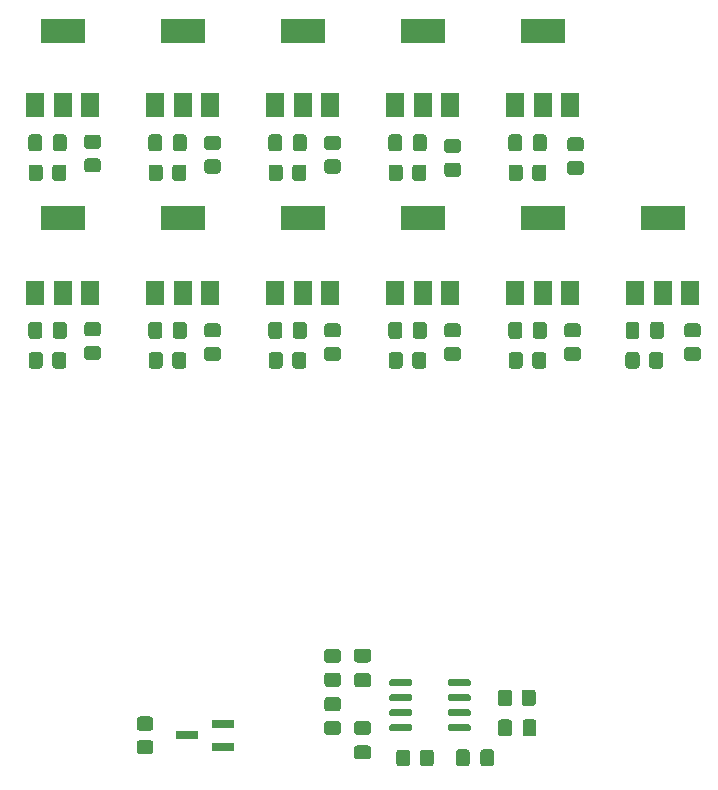
<source format=gbr>
%TF.GenerationSoftware,KiCad,Pcbnew,(5.1.9)-1*%
%TF.CreationDate,2021-08-30T22:29:05-04:00*%
%TF.ProjectId,In9 Music Visualizer RevC,496e3920-4d75-4736-9963-205669737561,rev?*%
%TF.SameCoordinates,Original*%
%TF.FileFunction,Paste,Top*%
%TF.FilePolarity,Positive*%
%FSLAX46Y46*%
G04 Gerber Fmt 4.6, Leading zero omitted, Abs format (unit mm)*
G04 Created by KiCad (PCBNEW (5.1.9)-1) date 2021-08-30 22:29:05*
%MOMM*%
%LPD*%
G01*
G04 APERTURE LIST*
%ADD10R,1.500000X2.000000*%
%ADD11R,3.800000X2.000000*%
%ADD12R,1.900000X0.800000*%
G04 APERTURE END LIST*
%TO.C,R6*%
G36*
G01*
X140150001Y-115805000D02*
X139249999Y-115805000D01*
G75*
G02*
X139000000Y-115555001I0J249999D01*
G01*
X139000000Y-114854999D01*
G75*
G02*
X139249999Y-114605000I249999J0D01*
G01*
X140150001Y-114605000D01*
G75*
G02*
X140400000Y-114854999I0J-249999D01*
G01*
X140400000Y-115555001D01*
G75*
G02*
X140150001Y-115805000I-249999J0D01*
G01*
G37*
G36*
G01*
X140150001Y-117805000D02*
X139249999Y-117805000D01*
G75*
G02*
X139000000Y-117555001I0J249999D01*
G01*
X139000000Y-116854999D01*
G75*
G02*
X139249999Y-116605000I249999J0D01*
G01*
X140150001Y-116605000D01*
G75*
G02*
X140400000Y-116854999I0J-249999D01*
G01*
X140400000Y-117555001D01*
G75*
G02*
X140150001Y-117805000I-249999J0D01*
G01*
G37*
%TD*%
%TO.C,R2*%
G36*
G01*
X140150001Y-119885000D02*
X139249999Y-119885000D01*
G75*
G02*
X139000000Y-119635001I0J249999D01*
G01*
X139000000Y-118934999D01*
G75*
G02*
X139249999Y-118685000I249999J0D01*
G01*
X140150001Y-118685000D01*
G75*
G02*
X140400000Y-118934999I0J-249999D01*
G01*
X140400000Y-119635001D01*
G75*
G02*
X140150001Y-119885000I-249999J0D01*
G01*
G37*
G36*
G01*
X140150001Y-121885000D02*
X139249999Y-121885000D01*
G75*
G02*
X139000000Y-121635001I0J249999D01*
G01*
X139000000Y-120934999D01*
G75*
G02*
X139249999Y-120685000I249999J0D01*
G01*
X140150001Y-120685000D01*
G75*
G02*
X140400000Y-120934999I0J-249999D01*
G01*
X140400000Y-121635001D01*
G75*
G02*
X140150001Y-121885000I-249999J0D01*
G01*
G37*
%TD*%
%TO.C,U1*%
G36*
G01*
X146455000Y-121135000D02*
X146455000Y-121435000D01*
G75*
G02*
X146305000Y-121585000I-150000J0D01*
G01*
X144655000Y-121585000D01*
G75*
G02*
X144505000Y-121435000I0J150000D01*
G01*
X144505000Y-121135000D01*
G75*
G02*
X144655000Y-120985000I150000J0D01*
G01*
X146305000Y-120985000D01*
G75*
G02*
X146455000Y-121135000I0J-150000D01*
G01*
G37*
G36*
G01*
X146455000Y-119865000D02*
X146455000Y-120165000D01*
G75*
G02*
X146305000Y-120315000I-150000J0D01*
G01*
X144655000Y-120315000D01*
G75*
G02*
X144505000Y-120165000I0J150000D01*
G01*
X144505000Y-119865000D01*
G75*
G02*
X144655000Y-119715000I150000J0D01*
G01*
X146305000Y-119715000D01*
G75*
G02*
X146455000Y-119865000I0J-150000D01*
G01*
G37*
G36*
G01*
X146455000Y-118595000D02*
X146455000Y-118895000D01*
G75*
G02*
X146305000Y-119045000I-150000J0D01*
G01*
X144655000Y-119045000D01*
G75*
G02*
X144505000Y-118895000I0J150000D01*
G01*
X144505000Y-118595000D01*
G75*
G02*
X144655000Y-118445000I150000J0D01*
G01*
X146305000Y-118445000D01*
G75*
G02*
X146455000Y-118595000I0J-150000D01*
G01*
G37*
G36*
G01*
X146455000Y-117325000D02*
X146455000Y-117625000D01*
G75*
G02*
X146305000Y-117775000I-150000J0D01*
G01*
X144655000Y-117775000D01*
G75*
G02*
X144505000Y-117625000I0J150000D01*
G01*
X144505000Y-117325000D01*
G75*
G02*
X144655000Y-117175000I150000J0D01*
G01*
X146305000Y-117175000D01*
G75*
G02*
X146455000Y-117325000I0J-150000D01*
G01*
G37*
G36*
G01*
X151405000Y-117325000D02*
X151405000Y-117625000D01*
G75*
G02*
X151255000Y-117775000I-150000J0D01*
G01*
X149605000Y-117775000D01*
G75*
G02*
X149455000Y-117625000I0J150000D01*
G01*
X149455000Y-117325000D01*
G75*
G02*
X149605000Y-117175000I150000J0D01*
G01*
X151255000Y-117175000D01*
G75*
G02*
X151405000Y-117325000I0J-150000D01*
G01*
G37*
G36*
G01*
X151405000Y-118595000D02*
X151405000Y-118895000D01*
G75*
G02*
X151255000Y-119045000I-150000J0D01*
G01*
X149605000Y-119045000D01*
G75*
G02*
X149455000Y-118895000I0J150000D01*
G01*
X149455000Y-118595000D01*
G75*
G02*
X149605000Y-118445000I150000J0D01*
G01*
X151255000Y-118445000D01*
G75*
G02*
X151405000Y-118595000I0J-150000D01*
G01*
G37*
G36*
G01*
X151405000Y-119865000D02*
X151405000Y-120165000D01*
G75*
G02*
X151255000Y-120315000I-150000J0D01*
G01*
X149605000Y-120315000D01*
G75*
G02*
X149455000Y-120165000I0J150000D01*
G01*
X149455000Y-119865000D01*
G75*
G02*
X149605000Y-119715000I150000J0D01*
G01*
X151255000Y-119715000D01*
G75*
G02*
X151405000Y-119865000I0J-150000D01*
G01*
G37*
G36*
G01*
X151405000Y-121135000D02*
X151405000Y-121435000D01*
G75*
G02*
X151255000Y-121585000I-150000J0D01*
G01*
X149605000Y-121585000D01*
G75*
G02*
X149455000Y-121435000I0J150000D01*
G01*
X149455000Y-121135000D01*
G75*
G02*
X149605000Y-120985000I150000J0D01*
G01*
X151255000Y-120985000D01*
G75*
G02*
X151405000Y-121135000I0J-150000D01*
G01*
G37*
%TD*%
%TO.C,R38*%
G36*
G01*
X169729999Y-89030000D02*
X170630001Y-89030000D01*
G75*
G02*
X170880000Y-89279999I0J-249999D01*
G01*
X170880000Y-89980001D01*
G75*
G02*
X170630001Y-90230000I-249999J0D01*
G01*
X169729999Y-90230000D01*
G75*
G02*
X169480000Y-89980001I0J249999D01*
G01*
X169480000Y-89279999D01*
G75*
G02*
X169729999Y-89030000I249999J0D01*
G01*
G37*
G36*
G01*
X169729999Y-87030000D02*
X170630001Y-87030000D01*
G75*
G02*
X170880000Y-87279999I0J-249999D01*
G01*
X170880000Y-87980001D01*
G75*
G02*
X170630001Y-88230000I-249999J0D01*
G01*
X169729999Y-88230000D01*
G75*
G02*
X169480000Y-87980001I0J249999D01*
G01*
X169480000Y-87279999D01*
G75*
G02*
X169729999Y-87030000I249999J0D01*
G01*
G37*
%TD*%
%TO.C,R37*%
G36*
G01*
X159823999Y-73282000D02*
X160724001Y-73282000D01*
G75*
G02*
X160974000Y-73531999I0J-249999D01*
G01*
X160974000Y-74232001D01*
G75*
G02*
X160724001Y-74482000I-249999J0D01*
G01*
X159823999Y-74482000D01*
G75*
G02*
X159574000Y-74232001I0J249999D01*
G01*
X159574000Y-73531999D01*
G75*
G02*
X159823999Y-73282000I249999J0D01*
G01*
G37*
G36*
G01*
X159823999Y-71282000D02*
X160724001Y-71282000D01*
G75*
G02*
X160974000Y-71531999I0J-249999D01*
G01*
X160974000Y-72232001D01*
G75*
G02*
X160724001Y-72482000I-249999J0D01*
G01*
X159823999Y-72482000D01*
G75*
G02*
X159574000Y-72232001I0J249999D01*
G01*
X159574000Y-71531999D01*
G75*
G02*
X159823999Y-71282000I249999J0D01*
G01*
G37*
%TD*%
%TO.C,R36*%
G36*
G01*
X159569999Y-89030000D02*
X160470001Y-89030000D01*
G75*
G02*
X160720000Y-89279999I0J-249999D01*
G01*
X160720000Y-89980001D01*
G75*
G02*
X160470001Y-90230000I-249999J0D01*
G01*
X159569999Y-90230000D01*
G75*
G02*
X159320000Y-89980001I0J249999D01*
G01*
X159320000Y-89279999D01*
G75*
G02*
X159569999Y-89030000I249999J0D01*
G01*
G37*
G36*
G01*
X159569999Y-87030000D02*
X160470001Y-87030000D01*
G75*
G02*
X160720000Y-87279999I0J-249999D01*
G01*
X160720000Y-87980001D01*
G75*
G02*
X160470001Y-88230000I-249999J0D01*
G01*
X159569999Y-88230000D01*
G75*
G02*
X159320000Y-87980001I0J249999D01*
G01*
X159320000Y-87279999D01*
G75*
G02*
X159569999Y-87030000I249999J0D01*
G01*
G37*
%TD*%
%TO.C,R35*%
G36*
G01*
X149409999Y-73425000D02*
X150310001Y-73425000D01*
G75*
G02*
X150560000Y-73674999I0J-249999D01*
G01*
X150560000Y-74375001D01*
G75*
G02*
X150310001Y-74625000I-249999J0D01*
G01*
X149409999Y-74625000D01*
G75*
G02*
X149160000Y-74375001I0J249999D01*
G01*
X149160000Y-73674999D01*
G75*
G02*
X149409999Y-73425000I249999J0D01*
G01*
G37*
G36*
G01*
X149409999Y-71425000D02*
X150310001Y-71425000D01*
G75*
G02*
X150560000Y-71674999I0J-249999D01*
G01*
X150560000Y-72375001D01*
G75*
G02*
X150310001Y-72625000I-249999J0D01*
G01*
X149409999Y-72625000D01*
G75*
G02*
X149160000Y-72375001I0J249999D01*
G01*
X149160000Y-71674999D01*
G75*
G02*
X149409999Y-71425000I249999J0D01*
G01*
G37*
%TD*%
%TO.C,R34*%
G36*
G01*
X149409999Y-89030000D02*
X150310001Y-89030000D01*
G75*
G02*
X150560000Y-89279999I0J-249999D01*
G01*
X150560000Y-89980001D01*
G75*
G02*
X150310001Y-90230000I-249999J0D01*
G01*
X149409999Y-90230000D01*
G75*
G02*
X149160000Y-89980001I0J249999D01*
G01*
X149160000Y-89279999D01*
G75*
G02*
X149409999Y-89030000I249999J0D01*
G01*
G37*
G36*
G01*
X149409999Y-87030000D02*
X150310001Y-87030000D01*
G75*
G02*
X150560000Y-87279999I0J-249999D01*
G01*
X150560000Y-87980001D01*
G75*
G02*
X150310001Y-88230000I-249999J0D01*
G01*
X149409999Y-88230000D01*
G75*
G02*
X149160000Y-87980001I0J249999D01*
G01*
X149160000Y-87279999D01*
G75*
G02*
X149409999Y-87030000I249999J0D01*
G01*
G37*
%TD*%
%TO.C,R33*%
G36*
G01*
X166500000Y-90620001D02*
X166500000Y-89719999D01*
G75*
G02*
X166749999Y-89470000I249999J0D01*
G01*
X167450001Y-89470000D01*
G75*
G02*
X167700000Y-89719999I0J-249999D01*
G01*
X167700000Y-90620001D01*
G75*
G02*
X167450001Y-90870000I-249999J0D01*
G01*
X166749999Y-90870000D01*
G75*
G02*
X166500000Y-90620001I0J249999D01*
G01*
G37*
G36*
G01*
X164500000Y-90620001D02*
X164500000Y-89719999D01*
G75*
G02*
X164749999Y-89470000I249999J0D01*
G01*
X165450001Y-89470000D01*
G75*
G02*
X165700000Y-89719999I0J-249999D01*
G01*
X165700000Y-90620001D01*
G75*
G02*
X165450001Y-90870000I-249999J0D01*
G01*
X164749999Y-90870000D01*
G75*
G02*
X164500000Y-90620001I0J249999D01*
G01*
G37*
%TD*%
%TO.C,R32*%
G36*
G01*
X156610000Y-74745001D02*
X156610000Y-73844999D01*
G75*
G02*
X156859999Y-73595000I249999J0D01*
G01*
X157560001Y-73595000D01*
G75*
G02*
X157810000Y-73844999I0J-249999D01*
G01*
X157810000Y-74745001D01*
G75*
G02*
X157560001Y-74995000I-249999J0D01*
G01*
X156859999Y-74995000D01*
G75*
G02*
X156610000Y-74745001I0J249999D01*
G01*
G37*
G36*
G01*
X154610000Y-74745001D02*
X154610000Y-73844999D01*
G75*
G02*
X154859999Y-73595000I249999J0D01*
G01*
X155560001Y-73595000D01*
G75*
G02*
X155810000Y-73844999I0J-249999D01*
G01*
X155810000Y-74745001D01*
G75*
G02*
X155560001Y-74995000I-249999J0D01*
G01*
X154859999Y-74995000D01*
G75*
G02*
X154610000Y-74745001I0J249999D01*
G01*
G37*
%TD*%
%TO.C,R31*%
G36*
G01*
X156610000Y-90620001D02*
X156610000Y-89719999D01*
G75*
G02*
X156859999Y-89470000I249999J0D01*
G01*
X157560001Y-89470000D01*
G75*
G02*
X157810000Y-89719999I0J-249999D01*
G01*
X157810000Y-90620001D01*
G75*
G02*
X157560001Y-90870000I-249999J0D01*
G01*
X156859999Y-90870000D01*
G75*
G02*
X156610000Y-90620001I0J249999D01*
G01*
G37*
G36*
G01*
X154610000Y-90620001D02*
X154610000Y-89719999D01*
G75*
G02*
X154859999Y-89470000I249999J0D01*
G01*
X155560001Y-89470000D01*
G75*
G02*
X155810000Y-89719999I0J-249999D01*
G01*
X155810000Y-90620001D01*
G75*
G02*
X155560001Y-90870000I-249999J0D01*
G01*
X154859999Y-90870000D01*
G75*
G02*
X154610000Y-90620001I0J249999D01*
G01*
G37*
%TD*%
%TO.C,R30*%
G36*
G01*
X146450000Y-74745001D02*
X146450000Y-73844999D01*
G75*
G02*
X146699999Y-73595000I249999J0D01*
G01*
X147400001Y-73595000D01*
G75*
G02*
X147650000Y-73844999I0J-249999D01*
G01*
X147650000Y-74745001D01*
G75*
G02*
X147400001Y-74995000I-249999J0D01*
G01*
X146699999Y-74995000D01*
G75*
G02*
X146450000Y-74745001I0J249999D01*
G01*
G37*
G36*
G01*
X144450000Y-74745001D02*
X144450000Y-73844999D01*
G75*
G02*
X144699999Y-73595000I249999J0D01*
G01*
X145400001Y-73595000D01*
G75*
G02*
X145650000Y-73844999I0J-249999D01*
G01*
X145650000Y-74745001D01*
G75*
G02*
X145400001Y-74995000I-249999J0D01*
G01*
X144699999Y-74995000D01*
G75*
G02*
X144450000Y-74745001I0J249999D01*
G01*
G37*
%TD*%
%TO.C,R29*%
G36*
G01*
X146450000Y-90620001D02*
X146450000Y-89719999D01*
G75*
G02*
X146699999Y-89470000I249999J0D01*
G01*
X147400001Y-89470000D01*
G75*
G02*
X147650000Y-89719999I0J-249999D01*
G01*
X147650000Y-90620001D01*
G75*
G02*
X147400001Y-90870000I-249999J0D01*
G01*
X146699999Y-90870000D01*
G75*
G02*
X146450000Y-90620001I0J249999D01*
G01*
G37*
G36*
G01*
X144450000Y-90620001D02*
X144450000Y-89719999D01*
G75*
G02*
X144699999Y-89470000I249999J0D01*
G01*
X145400001Y-89470000D01*
G75*
G02*
X145650000Y-89719999I0J-249999D01*
G01*
X145650000Y-90620001D01*
G75*
G02*
X145400001Y-90870000I-249999J0D01*
G01*
X144699999Y-90870000D01*
G75*
G02*
X144450000Y-90620001I0J249999D01*
G01*
G37*
%TD*%
%TO.C,R28*%
G36*
G01*
X139249999Y-73155000D02*
X140150001Y-73155000D01*
G75*
G02*
X140400000Y-73404999I0J-249999D01*
G01*
X140400000Y-74105001D01*
G75*
G02*
X140150001Y-74355000I-249999J0D01*
G01*
X139249999Y-74355000D01*
G75*
G02*
X139000000Y-74105001I0J249999D01*
G01*
X139000000Y-73404999D01*
G75*
G02*
X139249999Y-73155000I249999J0D01*
G01*
G37*
G36*
G01*
X139249999Y-71155000D02*
X140150001Y-71155000D01*
G75*
G02*
X140400000Y-71404999I0J-249999D01*
G01*
X140400000Y-72105001D01*
G75*
G02*
X140150001Y-72355000I-249999J0D01*
G01*
X139249999Y-72355000D01*
G75*
G02*
X139000000Y-72105001I0J249999D01*
G01*
X139000000Y-71404999D01*
G75*
G02*
X139249999Y-71155000I249999J0D01*
G01*
G37*
%TD*%
%TO.C,R27*%
G36*
G01*
X139249999Y-89030000D02*
X140150001Y-89030000D01*
G75*
G02*
X140400000Y-89279999I0J-249999D01*
G01*
X140400000Y-89980001D01*
G75*
G02*
X140150001Y-90230000I-249999J0D01*
G01*
X139249999Y-90230000D01*
G75*
G02*
X139000000Y-89980001I0J249999D01*
G01*
X139000000Y-89279999D01*
G75*
G02*
X139249999Y-89030000I249999J0D01*
G01*
G37*
G36*
G01*
X139249999Y-87030000D02*
X140150001Y-87030000D01*
G75*
G02*
X140400000Y-87279999I0J-249999D01*
G01*
X140400000Y-87980001D01*
G75*
G02*
X140150001Y-88230000I-249999J0D01*
G01*
X139249999Y-88230000D01*
G75*
G02*
X139000000Y-87980001I0J249999D01*
G01*
X139000000Y-87279999D01*
G75*
G02*
X139249999Y-87030000I249999J0D01*
G01*
G37*
%TD*%
%TO.C,R26*%
G36*
G01*
X129089999Y-73155000D02*
X129990001Y-73155000D01*
G75*
G02*
X130240000Y-73404999I0J-249999D01*
G01*
X130240000Y-74105001D01*
G75*
G02*
X129990001Y-74355000I-249999J0D01*
G01*
X129089999Y-74355000D01*
G75*
G02*
X128840000Y-74105001I0J249999D01*
G01*
X128840000Y-73404999D01*
G75*
G02*
X129089999Y-73155000I249999J0D01*
G01*
G37*
G36*
G01*
X129089999Y-71155000D02*
X129990001Y-71155000D01*
G75*
G02*
X130240000Y-71404999I0J-249999D01*
G01*
X130240000Y-72105001D01*
G75*
G02*
X129990001Y-72355000I-249999J0D01*
G01*
X129089999Y-72355000D01*
G75*
G02*
X128840000Y-72105001I0J249999D01*
G01*
X128840000Y-71404999D01*
G75*
G02*
X129089999Y-71155000I249999J0D01*
G01*
G37*
%TD*%
%TO.C,R25*%
G36*
G01*
X129089999Y-89030000D02*
X129990001Y-89030000D01*
G75*
G02*
X130240000Y-89279999I0J-249999D01*
G01*
X130240000Y-89980001D01*
G75*
G02*
X129990001Y-90230000I-249999J0D01*
G01*
X129089999Y-90230000D01*
G75*
G02*
X128840000Y-89980001I0J249999D01*
G01*
X128840000Y-89279999D01*
G75*
G02*
X129089999Y-89030000I249999J0D01*
G01*
G37*
G36*
G01*
X129089999Y-87030000D02*
X129990001Y-87030000D01*
G75*
G02*
X130240000Y-87279999I0J-249999D01*
G01*
X130240000Y-87980001D01*
G75*
G02*
X129990001Y-88230000I-249999J0D01*
G01*
X129089999Y-88230000D01*
G75*
G02*
X128840000Y-87980001I0J249999D01*
G01*
X128840000Y-87279999D01*
G75*
G02*
X129089999Y-87030000I249999J0D01*
G01*
G37*
%TD*%
%TO.C,R24*%
G36*
G01*
X118929999Y-73060000D02*
X119830001Y-73060000D01*
G75*
G02*
X120080000Y-73309999I0J-249999D01*
G01*
X120080000Y-74010001D01*
G75*
G02*
X119830001Y-74260000I-249999J0D01*
G01*
X118929999Y-74260000D01*
G75*
G02*
X118680000Y-74010001I0J249999D01*
G01*
X118680000Y-73309999D01*
G75*
G02*
X118929999Y-73060000I249999J0D01*
G01*
G37*
G36*
G01*
X118929999Y-71060000D02*
X119830001Y-71060000D01*
G75*
G02*
X120080000Y-71309999I0J-249999D01*
G01*
X120080000Y-72010001D01*
G75*
G02*
X119830001Y-72260000I-249999J0D01*
G01*
X118929999Y-72260000D01*
G75*
G02*
X118680000Y-72010001I0J249999D01*
G01*
X118680000Y-71309999D01*
G75*
G02*
X118929999Y-71060000I249999J0D01*
G01*
G37*
%TD*%
%TO.C,R23*%
G36*
G01*
X118929999Y-88935000D02*
X119830001Y-88935000D01*
G75*
G02*
X120080000Y-89184999I0J-249999D01*
G01*
X120080000Y-89885001D01*
G75*
G02*
X119830001Y-90135000I-249999J0D01*
G01*
X118929999Y-90135000D01*
G75*
G02*
X118680000Y-89885001I0J249999D01*
G01*
X118680000Y-89184999D01*
G75*
G02*
X118929999Y-88935000I249999J0D01*
G01*
G37*
G36*
G01*
X118929999Y-86935000D02*
X119830001Y-86935000D01*
G75*
G02*
X120080000Y-87184999I0J-249999D01*
G01*
X120080000Y-87885001D01*
G75*
G02*
X119830001Y-88135000I-249999J0D01*
G01*
X118929999Y-88135000D01*
G75*
G02*
X118680000Y-87885001I0J249999D01*
G01*
X118680000Y-87184999D01*
G75*
G02*
X118929999Y-86935000I249999J0D01*
G01*
G37*
%TD*%
%TO.C,R22*%
G36*
G01*
X136290000Y-74745001D02*
X136290000Y-73844999D01*
G75*
G02*
X136539999Y-73595000I249999J0D01*
G01*
X137240001Y-73595000D01*
G75*
G02*
X137490000Y-73844999I0J-249999D01*
G01*
X137490000Y-74745001D01*
G75*
G02*
X137240001Y-74995000I-249999J0D01*
G01*
X136539999Y-74995000D01*
G75*
G02*
X136290000Y-74745001I0J249999D01*
G01*
G37*
G36*
G01*
X134290000Y-74745001D02*
X134290000Y-73844999D01*
G75*
G02*
X134539999Y-73595000I249999J0D01*
G01*
X135240001Y-73595000D01*
G75*
G02*
X135490000Y-73844999I0J-249999D01*
G01*
X135490000Y-74745001D01*
G75*
G02*
X135240001Y-74995000I-249999J0D01*
G01*
X134539999Y-74995000D01*
G75*
G02*
X134290000Y-74745001I0J249999D01*
G01*
G37*
%TD*%
%TO.C,R21*%
G36*
G01*
X136290000Y-90620001D02*
X136290000Y-89719999D01*
G75*
G02*
X136539999Y-89470000I249999J0D01*
G01*
X137240001Y-89470000D01*
G75*
G02*
X137490000Y-89719999I0J-249999D01*
G01*
X137490000Y-90620001D01*
G75*
G02*
X137240001Y-90870000I-249999J0D01*
G01*
X136539999Y-90870000D01*
G75*
G02*
X136290000Y-90620001I0J249999D01*
G01*
G37*
G36*
G01*
X134290000Y-90620001D02*
X134290000Y-89719999D01*
G75*
G02*
X134539999Y-89470000I249999J0D01*
G01*
X135240001Y-89470000D01*
G75*
G02*
X135490000Y-89719999I0J-249999D01*
G01*
X135490000Y-90620001D01*
G75*
G02*
X135240001Y-90870000I-249999J0D01*
G01*
X134539999Y-90870000D01*
G75*
G02*
X134290000Y-90620001I0J249999D01*
G01*
G37*
%TD*%
%TO.C,R20*%
G36*
G01*
X126130000Y-74745001D02*
X126130000Y-73844999D01*
G75*
G02*
X126379999Y-73595000I249999J0D01*
G01*
X127080001Y-73595000D01*
G75*
G02*
X127330000Y-73844999I0J-249999D01*
G01*
X127330000Y-74745001D01*
G75*
G02*
X127080001Y-74995000I-249999J0D01*
G01*
X126379999Y-74995000D01*
G75*
G02*
X126130000Y-74745001I0J249999D01*
G01*
G37*
G36*
G01*
X124130000Y-74745001D02*
X124130000Y-73844999D01*
G75*
G02*
X124379999Y-73595000I249999J0D01*
G01*
X125080001Y-73595000D01*
G75*
G02*
X125330000Y-73844999I0J-249999D01*
G01*
X125330000Y-74745001D01*
G75*
G02*
X125080001Y-74995000I-249999J0D01*
G01*
X124379999Y-74995000D01*
G75*
G02*
X124130000Y-74745001I0J249999D01*
G01*
G37*
%TD*%
%TO.C,R19*%
G36*
G01*
X126130000Y-90620001D02*
X126130000Y-89719999D01*
G75*
G02*
X126379999Y-89470000I249999J0D01*
G01*
X127080001Y-89470000D01*
G75*
G02*
X127330000Y-89719999I0J-249999D01*
G01*
X127330000Y-90620001D01*
G75*
G02*
X127080001Y-90870000I-249999J0D01*
G01*
X126379999Y-90870000D01*
G75*
G02*
X126130000Y-90620001I0J249999D01*
G01*
G37*
G36*
G01*
X124130000Y-90620001D02*
X124130000Y-89719999D01*
G75*
G02*
X124379999Y-89470000I249999J0D01*
G01*
X125080001Y-89470000D01*
G75*
G02*
X125330000Y-89719999I0J-249999D01*
G01*
X125330000Y-90620001D01*
G75*
G02*
X125080001Y-90870000I-249999J0D01*
G01*
X124379999Y-90870000D01*
G75*
G02*
X124130000Y-90620001I0J249999D01*
G01*
G37*
%TD*%
%TO.C,R18*%
G36*
G01*
X115970000Y-74745001D02*
X115970000Y-73844999D01*
G75*
G02*
X116219999Y-73595000I249999J0D01*
G01*
X116920001Y-73595000D01*
G75*
G02*
X117170000Y-73844999I0J-249999D01*
G01*
X117170000Y-74745001D01*
G75*
G02*
X116920001Y-74995000I-249999J0D01*
G01*
X116219999Y-74995000D01*
G75*
G02*
X115970000Y-74745001I0J249999D01*
G01*
G37*
G36*
G01*
X113970000Y-74745001D02*
X113970000Y-73844999D01*
G75*
G02*
X114219999Y-73595000I249999J0D01*
G01*
X114920001Y-73595000D01*
G75*
G02*
X115170000Y-73844999I0J-249999D01*
G01*
X115170000Y-74745001D01*
G75*
G02*
X114920001Y-74995000I-249999J0D01*
G01*
X114219999Y-74995000D01*
G75*
G02*
X113970000Y-74745001I0J249999D01*
G01*
G37*
%TD*%
%TO.C,R17*%
G36*
G01*
X115970000Y-90620001D02*
X115970000Y-89719999D01*
G75*
G02*
X116219999Y-89470000I249999J0D01*
G01*
X116920001Y-89470000D01*
G75*
G02*
X117170000Y-89719999I0J-249999D01*
G01*
X117170000Y-90620001D01*
G75*
G02*
X116920001Y-90870000I-249999J0D01*
G01*
X116219999Y-90870000D01*
G75*
G02*
X115970000Y-90620001I0J249999D01*
G01*
G37*
G36*
G01*
X113970000Y-90620001D02*
X113970000Y-89719999D01*
G75*
G02*
X114219999Y-89470000I249999J0D01*
G01*
X114920001Y-89470000D01*
G75*
G02*
X115170000Y-89719999I0J-249999D01*
G01*
X115170000Y-90620001D01*
G75*
G02*
X114920001Y-90870000I-249999J0D01*
G01*
X114219999Y-90870000D01*
G75*
G02*
X113970000Y-90620001I0J249999D01*
G01*
G37*
%TD*%
%TO.C,R5*%
G36*
G01*
X155705000Y-119195001D02*
X155705000Y-118294999D01*
G75*
G02*
X155954999Y-118045000I249999J0D01*
G01*
X156655001Y-118045000D01*
G75*
G02*
X156905000Y-118294999I0J-249999D01*
G01*
X156905000Y-119195001D01*
G75*
G02*
X156655001Y-119445000I-249999J0D01*
G01*
X155954999Y-119445000D01*
G75*
G02*
X155705000Y-119195001I0J249999D01*
G01*
G37*
G36*
G01*
X153705000Y-119195001D02*
X153705000Y-118294999D01*
G75*
G02*
X153954999Y-118045000I249999J0D01*
G01*
X154655001Y-118045000D01*
G75*
G02*
X154905000Y-118294999I0J-249999D01*
G01*
X154905000Y-119195001D01*
G75*
G02*
X154655001Y-119445000I-249999J0D01*
G01*
X153954999Y-119445000D01*
G75*
G02*
X153705000Y-119195001I0J249999D01*
G01*
G37*
%TD*%
%TO.C,R4*%
G36*
G01*
X147085000Y-124275001D02*
X147085000Y-123374999D01*
G75*
G02*
X147334999Y-123125000I249999J0D01*
G01*
X148035001Y-123125000D01*
G75*
G02*
X148285000Y-123374999I0J-249999D01*
G01*
X148285000Y-124275001D01*
G75*
G02*
X148035001Y-124525000I-249999J0D01*
G01*
X147334999Y-124525000D01*
G75*
G02*
X147085000Y-124275001I0J249999D01*
G01*
G37*
G36*
G01*
X145085000Y-124275001D02*
X145085000Y-123374999D01*
G75*
G02*
X145334999Y-123125000I249999J0D01*
G01*
X146035001Y-123125000D01*
G75*
G02*
X146285000Y-123374999I0J-249999D01*
G01*
X146285000Y-124275001D01*
G75*
G02*
X146035001Y-124525000I-249999J0D01*
G01*
X145334999Y-124525000D01*
G75*
G02*
X145085000Y-124275001I0J249999D01*
G01*
G37*
%TD*%
%TO.C,R3*%
G36*
G01*
X123374999Y-122320000D02*
X124275001Y-122320000D01*
G75*
G02*
X124525000Y-122569999I0J-249999D01*
G01*
X124525000Y-123270001D01*
G75*
G02*
X124275001Y-123520000I-249999J0D01*
G01*
X123374999Y-123520000D01*
G75*
G02*
X123125000Y-123270001I0J249999D01*
G01*
X123125000Y-122569999D01*
G75*
G02*
X123374999Y-122320000I249999J0D01*
G01*
G37*
G36*
G01*
X123374999Y-120320000D02*
X124275001Y-120320000D01*
G75*
G02*
X124525000Y-120569999I0J-249999D01*
G01*
X124525000Y-121270001D01*
G75*
G02*
X124275001Y-121520000I-249999J0D01*
G01*
X123374999Y-121520000D01*
G75*
G02*
X123125000Y-121270001I0J249999D01*
G01*
X123125000Y-120569999D01*
G75*
G02*
X123374999Y-120320000I249999J0D01*
G01*
G37*
%TD*%
D10*
%TO.C,Q13*%
X165340000Y-84430000D03*
X169940000Y-84430000D03*
X167640000Y-84430000D03*
D11*
X167640000Y-78130000D03*
%TD*%
D10*
%TO.C,Q12*%
X155180000Y-68555000D03*
X159780000Y-68555000D03*
X157480000Y-68555000D03*
D11*
X157480000Y-62255000D03*
%TD*%
D10*
%TO.C,Q11*%
X155180000Y-84430000D03*
X159780000Y-84430000D03*
X157480000Y-84430000D03*
D11*
X157480000Y-78130000D03*
%TD*%
D10*
%TO.C,Q10*%
X145020000Y-68555000D03*
X149620000Y-68555000D03*
X147320000Y-68555000D03*
D11*
X147320000Y-62255000D03*
%TD*%
D10*
%TO.C,Q9*%
X145020000Y-84430000D03*
X149620000Y-84430000D03*
X147320000Y-84430000D03*
D11*
X147320000Y-78130000D03*
%TD*%
D10*
%TO.C,Q8*%
X134860000Y-68555000D03*
X139460000Y-68555000D03*
X137160000Y-68555000D03*
D11*
X137160000Y-62255000D03*
%TD*%
D10*
%TO.C,Q7*%
X134860000Y-84430000D03*
X139460000Y-84430000D03*
X137160000Y-84430000D03*
D11*
X137160000Y-78130000D03*
%TD*%
D10*
%TO.C,Q6*%
X124700000Y-68555000D03*
X129300000Y-68555000D03*
X127000000Y-68555000D03*
D11*
X127000000Y-62255000D03*
%TD*%
D10*
%TO.C,Q5*%
X124700000Y-84430000D03*
X129300000Y-84430000D03*
X127000000Y-84430000D03*
D11*
X127000000Y-78130000D03*
%TD*%
D10*
%TO.C,Q4*%
X114540000Y-68555000D03*
X119140000Y-68555000D03*
X116840000Y-68555000D03*
D11*
X116840000Y-62255000D03*
%TD*%
D10*
%TO.C,Q3*%
X114540000Y-84430000D03*
X119140000Y-84430000D03*
X116840000Y-84430000D03*
D11*
X116840000Y-78130000D03*
%TD*%
D12*
%TO.C,Q1*%
X127405000Y-121920000D03*
X130405000Y-120970000D03*
X130405000Y-122870000D03*
%TD*%
%TO.C,C36*%
G36*
G01*
X166587500Y-88105000D02*
X166587500Y-87155000D01*
G75*
G02*
X166837500Y-86905000I250000J0D01*
G01*
X167512500Y-86905000D01*
G75*
G02*
X167762500Y-87155000I0J-250000D01*
G01*
X167762500Y-88105000D01*
G75*
G02*
X167512500Y-88355000I-250000J0D01*
G01*
X166837500Y-88355000D01*
G75*
G02*
X166587500Y-88105000I0J250000D01*
G01*
G37*
G36*
G01*
X164512500Y-88105000D02*
X164512500Y-87155000D01*
G75*
G02*
X164762500Y-86905000I250000J0D01*
G01*
X165437500Y-86905000D01*
G75*
G02*
X165687500Y-87155000I0J-250000D01*
G01*
X165687500Y-88105000D01*
G75*
G02*
X165437500Y-88355000I-250000J0D01*
G01*
X164762500Y-88355000D01*
G75*
G02*
X164512500Y-88105000I0J250000D01*
G01*
G37*
%TD*%
%TO.C,C35*%
G36*
G01*
X156660000Y-72230000D02*
X156660000Y-71280000D01*
G75*
G02*
X156910000Y-71030000I250000J0D01*
G01*
X157585000Y-71030000D01*
G75*
G02*
X157835000Y-71280000I0J-250000D01*
G01*
X157835000Y-72230000D01*
G75*
G02*
X157585000Y-72480000I-250000J0D01*
G01*
X156910000Y-72480000D01*
G75*
G02*
X156660000Y-72230000I0J250000D01*
G01*
G37*
G36*
G01*
X154585000Y-72230000D02*
X154585000Y-71280000D01*
G75*
G02*
X154835000Y-71030000I250000J0D01*
G01*
X155510000Y-71030000D01*
G75*
G02*
X155760000Y-71280000I0J-250000D01*
G01*
X155760000Y-72230000D01*
G75*
G02*
X155510000Y-72480000I-250000J0D01*
G01*
X154835000Y-72480000D01*
G75*
G02*
X154585000Y-72230000I0J250000D01*
G01*
G37*
%TD*%
%TO.C,C34*%
G36*
G01*
X156660000Y-88105000D02*
X156660000Y-87155000D01*
G75*
G02*
X156910000Y-86905000I250000J0D01*
G01*
X157585000Y-86905000D01*
G75*
G02*
X157835000Y-87155000I0J-250000D01*
G01*
X157835000Y-88105000D01*
G75*
G02*
X157585000Y-88355000I-250000J0D01*
G01*
X156910000Y-88355000D01*
G75*
G02*
X156660000Y-88105000I0J250000D01*
G01*
G37*
G36*
G01*
X154585000Y-88105000D02*
X154585000Y-87155000D01*
G75*
G02*
X154835000Y-86905000I250000J0D01*
G01*
X155510000Y-86905000D01*
G75*
G02*
X155760000Y-87155000I0J-250000D01*
G01*
X155760000Y-88105000D01*
G75*
G02*
X155510000Y-88355000I-250000J0D01*
G01*
X154835000Y-88355000D01*
G75*
G02*
X154585000Y-88105000I0J250000D01*
G01*
G37*
%TD*%
%TO.C,C33*%
G36*
G01*
X146500000Y-72230000D02*
X146500000Y-71280000D01*
G75*
G02*
X146750000Y-71030000I250000J0D01*
G01*
X147425000Y-71030000D01*
G75*
G02*
X147675000Y-71280000I0J-250000D01*
G01*
X147675000Y-72230000D01*
G75*
G02*
X147425000Y-72480000I-250000J0D01*
G01*
X146750000Y-72480000D01*
G75*
G02*
X146500000Y-72230000I0J250000D01*
G01*
G37*
G36*
G01*
X144425000Y-72230000D02*
X144425000Y-71280000D01*
G75*
G02*
X144675000Y-71030000I250000J0D01*
G01*
X145350000Y-71030000D01*
G75*
G02*
X145600000Y-71280000I0J-250000D01*
G01*
X145600000Y-72230000D01*
G75*
G02*
X145350000Y-72480000I-250000J0D01*
G01*
X144675000Y-72480000D01*
G75*
G02*
X144425000Y-72230000I0J250000D01*
G01*
G37*
%TD*%
%TO.C,C32*%
G36*
G01*
X146500000Y-88105000D02*
X146500000Y-87155000D01*
G75*
G02*
X146750000Y-86905000I250000J0D01*
G01*
X147425000Y-86905000D01*
G75*
G02*
X147675000Y-87155000I0J-250000D01*
G01*
X147675000Y-88105000D01*
G75*
G02*
X147425000Y-88355000I-250000J0D01*
G01*
X146750000Y-88355000D01*
G75*
G02*
X146500000Y-88105000I0J250000D01*
G01*
G37*
G36*
G01*
X144425000Y-88105000D02*
X144425000Y-87155000D01*
G75*
G02*
X144675000Y-86905000I250000J0D01*
G01*
X145350000Y-86905000D01*
G75*
G02*
X145600000Y-87155000I0J-250000D01*
G01*
X145600000Y-88105000D01*
G75*
G02*
X145350000Y-88355000I-250000J0D01*
G01*
X144675000Y-88355000D01*
G75*
G02*
X144425000Y-88105000I0J250000D01*
G01*
G37*
%TD*%
%TO.C,C31*%
G36*
G01*
X136340000Y-72230000D02*
X136340000Y-71280000D01*
G75*
G02*
X136590000Y-71030000I250000J0D01*
G01*
X137265000Y-71030000D01*
G75*
G02*
X137515000Y-71280000I0J-250000D01*
G01*
X137515000Y-72230000D01*
G75*
G02*
X137265000Y-72480000I-250000J0D01*
G01*
X136590000Y-72480000D01*
G75*
G02*
X136340000Y-72230000I0J250000D01*
G01*
G37*
G36*
G01*
X134265000Y-72230000D02*
X134265000Y-71280000D01*
G75*
G02*
X134515000Y-71030000I250000J0D01*
G01*
X135190000Y-71030000D01*
G75*
G02*
X135440000Y-71280000I0J-250000D01*
G01*
X135440000Y-72230000D01*
G75*
G02*
X135190000Y-72480000I-250000J0D01*
G01*
X134515000Y-72480000D01*
G75*
G02*
X134265000Y-72230000I0J250000D01*
G01*
G37*
%TD*%
%TO.C,C30*%
G36*
G01*
X136340000Y-88105000D02*
X136340000Y-87155000D01*
G75*
G02*
X136590000Y-86905000I250000J0D01*
G01*
X137265000Y-86905000D01*
G75*
G02*
X137515000Y-87155000I0J-250000D01*
G01*
X137515000Y-88105000D01*
G75*
G02*
X137265000Y-88355000I-250000J0D01*
G01*
X136590000Y-88355000D01*
G75*
G02*
X136340000Y-88105000I0J250000D01*
G01*
G37*
G36*
G01*
X134265000Y-88105000D02*
X134265000Y-87155000D01*
G75*
G02*
X134515000Y-86905000I250000J0D01*
G01*
X135190000Y-86905000D01*
G75*
G02*
X135440000Y-87155000I0J-250000D01*
G01*
X135440000Y-88105000D01*
G75*
G02*
X135190000Y-88355000I-250000J0D01*
G01*
X134515000Y-88355000D01*
G75*
G02*
X134265000Y-88105000I0J250000D01*
G01*
G37*
%TD*%
%TO.C,C29*%
G36*
G01*
X126180000Y-72230000D02*
X126180000Y-71280000D01*
G75*
G02*
X126430000Y-71030000I250000J0D01*
G01*
X127105000Y-71030000D01*
G75*
G02*
X127355000Y-71280000I0J-250000D01*
G01*
X127355000Y-72230000D01*
G75*
G02*
X127105000Y-72480000I-250000J0D01*
G01*
X126430000Y-72480000D01*
G75*
G02*
X126180000Y-72230000I0J250000D01*
G01*
G37*
G36*
G01*
X124105000Y-72230000D02*
X124105000Y-71280000D01*
G75*
G02*
X124355000Y-71030000I250000J0D01*
G01*
X125030000Y-71030000D01*
G75*
G02*
X125280000Y-71280000I0J-250000D01*
G01*
X125280000Y-72230000D01*
G75*
G02*
X125030000Y-72480000I-250000J0D01*
G01*
X124355000Y-72480000D01*
G75*
G02*
X124105000Y-72230000I0J250000D01*
G01*
G37*
%TD*%
%TO.C,C28*%
G36*
G01*
X126180000Y-88105000D02*
X126180000Y-87155000D01*
G75*
G02*
X126430000Y-86905000I250000J0D01*
G01*
X127105000Y-86905000D01*
G75*
G02*
X127355000Y-87155000I0J-250000D01*
G01*
X127355000Y-88105000D01*
G75*
G02*
X127105000Y-88355000I-250000J0D01*
G01*
X126430000Y-88355000D01*
G75*
G02*
X126180000Y-88105000I0J250000D01*
G01*
G37*
G36*
G01*
X124105000Y-88105000D02*
X124105000Y-87155000D01*
G75*
G02*
X124355000Y-86905000I250000J0D01*
G01*
X125030000Y-86905000D01*
G75*
G02*
X125280000Y-87155000I0J-250000D01*
G01*
X125280000Y-88105000D01*
G75*
G02*
X125030000Y-88355000I-250000J0D01*
G01*
X124355000Y-88355000D01*
G75*
G02*
X124105000Y-88105000I0J250000D01*
G01*
G37*
%TD*%
%TO.C,C27*%
G36*
G01*
X116020000Y-72230000D02*
X116020000Y-71280000D01*
G75*
G02*
X116270000Y-71030000I250000J0D01*
G01*
X116945000Y-71030000D01*
G75*
G02*
X117195000Y-71280000I0J-250000D01*
G01*
X117195000Y-72230000D01*
G75*
G02*
X116945000Y-72480000I-250000J0D01*
G01*
X116270000Y-72480000D01*
G75*
G02*
X116020000Y-72230000I0J250000D01*
G01*
G37*
G36*
G01*
X113945000Y-72230000D02*
X113945000Y-71280000D01*
G75*
G02*
X114195000Y-71030000I250000J0D01*
G01*
X114870000Y-71030000D01*
G75*
G02*
X115120000Y-71280000I0J-250000D01*
G01*
X115120000Y-72230000D01*
G75*
G02*
X114870000Y-72480000I-250000J0D01*
G01*
X114195000Y-72480000D01*
G75*
G02*
X113945000Y-72230000I0J250000D01*
G01*
G37*
%TD*%
%TO.C,C26*%
G36*
G01*
X116020000Y-88105000D02*
X116020000Y-87155000D01*
G75*
G02*
X116270000Y-86905000I250000J0D01*
G01*
X116945000Y-86905000D01*
G75*
G02*
X117195000Y-87155000I0J-250000D01*
G01*
X117195000Y-88105000D01*
G75*
G02*
X116945000Y-88355000I-250000J0D01*
G01*
X116270000Y-88355000D01*
G75*
G02*
X116020000Y-88105000I0J250000D01*
G01*
G37*
G36*
G01*
X113945000Y-88105000D02*
X113945000Y-87155000D01*
G75*
G02*
X114195000Y-86905000I250000J0D01*
G01*
X114870000Y-86905000D01*
G75*
G02*
X115120000Y-87155000I0J-250000D01*
G01*
X115120000Y-88105000D01*
G75*
G02*
X114870000Y-88355000I-250000J0D01*
G01*
X114195000Y-88355000D01*
G75*
G02*
X113945000Y-88105000I0J250000D01*
G01*
G37*
%TD*%
%TO.C,C4*%
G36*
G01*
X141765000Y-122772500D02*
X142715000Y-122772500D01*
G75*
G02*
X142965000Y-123022500I0J-250000D01*
G01*
X142965000Y-123697500D01*
G75*
G02*
X142715000Y-123947500I-250000J0D01*
G01*
X141765000Y-123947500D01*
G75*
G02*
X141515000Y-123697500I0J250000D01*
G01*
X141515000Y-123022500D01*
G75*
G02*
X141765000Y-122772500I250000J0D01*
G01*
G37*
G36*
G01*
X141765000Y-120697500D02*
X142715000Y-120697500D01*
G75*
G02*
X142965000Y-120947500I0J-250000D01*
G01*
X142965000Y-121622500D01*
G75*
G02*
X142715000Y-121872500I-250000J0D01*
G01*
X141765000Y-121872500D01*
G75*
G02*
X141515000Y-121622500I0J250000D01*
G01*
X141515000Y-120947500D01*
G75*
G02*
X141765000Y-120697500I250000J0D01*
G01*
G37*
%TD*%
%TO.C,C3*%
G36*
G01*
X142715000Y-115755000D02*
X141765000Y-115755000D01*
G75*
G02*
X141515000Y-115505000I0J250000D01*
G01*
X141515000Y-114830000D01*
G75*
G02*
X141765000Y-114580000I250000J0D01*
G01*
X142715000Y-114580000D01*
G75*
G02*
X142965000Y-114830000I0J-250000D01*
G01*
X142965000Y-115505000D01*
G75*
G02*
X142715000Y-115755000I-250000J0D01*
G01*
G37*
G36*
G01*
X142715000Y-117830000D02*
X141765000Y-117830000D01*
G75*
G02*
X141515000Y-117580000I0J250000D01*
G01*
X141515000Y-116905000D01*
G75*
G02*
X141765000Y-116655000I250000J0D01*
G01*
X142715000Y-116655000D01*
G75*
G02*
X142965000Y-116905000I0J-250000D01*
G01*
X142965000Y-117580000D01*
G75*
G02*
X142715000Y-117830000I-250000J0D01*
G01*
G37*
%TD*%
%TO.C,C2*%
G36*
G01*
X155792500Y-121760000D02*
X155792500Y-120810000D01*
G75*
G02*
X156042500Y-120560000I250000J0D01*
G01*
X156717500Y-120560000D01*
G75*
G02*
X156967500Y-120810000I0J-250000D01*
G01*
X156967500Y-121760000D01*
G75*
G02*
X156717500Y-122010000I-250000J0D01*
G01*
X156042500Y-122010000D01*
G75*
G02*
X155792500Y-121760000I0J250000D01*
G01*
G37*
G36*
G01*
X153717500Y-121760000D02*
X153717500Y-120810000D01*
G75*
G02*
X153967500Y-120560000I250000J0D01*
G01*
X154642500Y-120560000D01*
G75*
G02*
X154892500Y-120810000I0J-250000D01*
G01*
X154892500Y-121760000D01*
G75*
G02*
X154642500Y-122010000I-250000J0D01*
G01*
X153967500Y-122010000D01*
G75*
G02*
X153717500Y-121760000I0J250000D01*
G01*
G37*
%TD*%
%TO.C,C1*%
G36*
G01*
X152215000Y-124300000D02*
X152215000Y-123350000D01*
G75*
G02*
X152465000Y-123100000I250000J0D01*
G01*
X153140000Y-123100000D01*
G75*
G02*
X153390000Y-123350000I0J-250000D01*
G01*
X153390000Y-124300000D01*
G75*
G02*
X153140000Y-124550000I-250000J0D01*
G01*
X152465000Y-124550000D01*
G75*
G02*
X152215000Y-124300000I0J250000D01*
G01*
G37*
G36*
G01*
X150140000Y-124300000D02*
X150140000Y-123350000D01*
G75*
G02*
X150390000Y-123100000I250000J0D01*
G01*
X151065000Y-123100000D01*
G75*
G02*
X151315000Y-123350000I0J-250000D01*
G01*
X151315000Y-124300000D01*
G75*
G02*
X151065000Y-124550000I-250000J0D01*
G01*
X150390000Y-124550000D01*
G75*
G02*
X150140000Y-124300000I0J250000D01*
G01*
G37*
%TD*%
M02*

</source>
